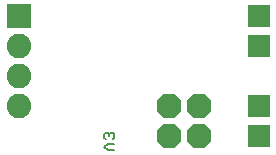
<source format=gbs>
G75*
%MOIN*%
%OFA0B0*%
%FSLAX25Y25*%
%IPPOS*%
%LPD*%
%AMOC8*
5,1,8,0,0,1.08239X$1,22.5*
%
%ADD10C,0.00600*%
%ADD11R,0.08200X0.08200*%
%ADD12C,0.08200*%
%ADD13R,0.07200X0.07200*%
%ADD14OC8,0.08200*%
D10*
X0038884Y0163333D02*
X0037750Y0164468D01*
X0038884Y0165602D01*
X0041153Y0165602D01*
X0040586Y0167016D02*
X0041153Y0167584D01*
X0041153Y0168718D01*
X0040586Y0169285D01*
X0040019Y0169285D01*
X0039451Y0168718D01*
X0038884Y0169285D01*
X0038317Y0169285D01*
X0037750Y0168718D01*
X0037750Y0167584D01*
X0038317Y0167016D01*
X0039451Y0168151D02*
X0039451Y0168718D01*
X0038884Y0163333D02*
X0041153Y0163333D01*
D11*
X0009300Y0208233D03*
D12*
X0009300Y0198233D03*
X0009300Y0188233D03*
X0009300Y0178233D03*
D13*
X0089300Y0178233D03*
X0089300Y0168233D03*
X0089300Y0198233D03*
X0089300Y0208233D03*
D14*
X0069300Y0178233D03*
X0059300Y0178233D03*
X0059300Y0168233D03*
X0069300Y0168233D03*
M02*

</source>
